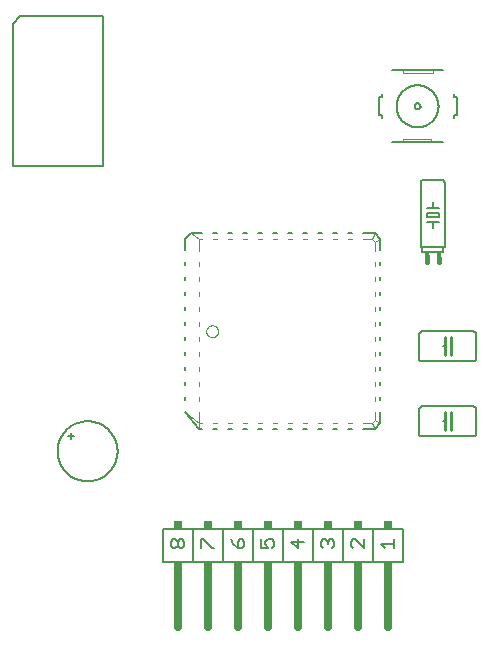
<source format=gto>
G75*
%MOIN*%
%OFA0B0*%
%FSLAX25Y25*%
%IPPOS*%
%LPD*%
%AMOC8*
5,1,8,0,0,1.08239X$1,22.5*
%
%ADD10C,0.00600*%
%ADD11C,0.01000*%
%ADD12C,0.00200*%
%ADD13C,0.01600*%
%ADD14R,0.01600X0.02300*%
%ADD15C,0.02600*%
%ADD16C,0.00500*%
%ADD17R,0.02600X0.03000*%
%ADD18R,0.02600X0.02600*%
D10*
X0161000Y0109000D02*
X0171000Y0109000D01*
X0181000Y0109000D01*
X0191000Y0109000D01*
X0201000Y0109000D01*
X0211000Y0109000D01*
X0221000Y0109000D01*
X0231000Y0109000D01*
X0241000Y0109000D01*
X0241000Y0120000D01*
X0231000Y0120000D01*
X0221000Y0120000D01*
X0221000Y0109000D01*
X0211000Y0109000D02*
X0211000Y0120000D01*
X0221000Y0120000D01*
X0211000Y0120000D02*
X0201000Y0120000D01*
X0201000Y0109000D01*
X0191000Y0109000D02*
X0191000Y0120000D01*
X0201000Y0120000D01*
X0191000Y0120000D02*
X0181000Y0120000D01*
X0171000Y0120000D01*
X0171000Y0109000D01*
X0181000Y0109000D02*
X0181000Y0120000D01*
X0171000Y0120000D02*
X0161000Y0120000D01*
X0161000Y0109000D01*
X0126000Y0146000D02*
X0126003Y0146245D01*
X0126012Y0146491D01*
X0126027Y0146736D01*
X0126048Y0146980D01*
X0126075Y0147224D01*
X0126108Y0147467D01*
X0126147Y0147710D01*
X0126192Y0147951D01*
X0126243Y0148191D01*
X0126300Y0148430D01*
X0126362Y0148667D01*
X0126431Y0148903D01*
X0126505Y0149137D01*
X0126585Y0149369D01*
X0126670Y0149599D01*
X0126761Y0149827D01*
X0126858Y0150052D01*
X0126960Y0150276D01*
X0127068Y0150496D01*
X0127181Y0150714D01*
X0127299Y0150929D01*
X0127423Y0151141D01*
X0127551Y0151350D01*
X0127685Y0151556D01*
X0127824Y0151758D01*
X0127968Y0151957D01*
X0128117Y0152152D01*
X0128270Y0152344D01*
X0128428Y0152532D01*
X0128590Y0152716D01*
X0128758Y0152895D01*
X0128929Y0153071D01*
X0129105Y0153242D01*
X0129284Y0153410D01*
X0129468Y0153572D01*
X0129656Y0153730D01*
X0129848Y0153883D01*
X0130043Y0154032D01*
X0130242Y0154176D01*
X0130444Y0154315D01*
X0130650Y0154449D01*
X0130859Y0154577D01*
X0131071Y0154701D01*
X0131286Y0154819D01*
X0131504Y0154932D01*
X0131724Y0155040D01*
X0131948Y0155142D01*
X0132173Y0155239D01*
X0132401Y0155330D01*
X0132631Y0155415D01*
X0132863Y0155495D01*
X0133097Y0155569D01*
X0133333Y0155638D01*
X0133570Y0155700D01*
X0133809Y0155757D01*
X0134049Y0155808D01*
X0134290Y0155853D01*
X0134533Y0155892D01*
X0134776Y0155925D01*
X0135020Y0155952D01*
X0135264Y0155973D01*
X0135509Y0155988D01*
X0135755Y0155997D01*
X0136000Y0156000D01*
X0136245Y0155997D01*
X0136491Y0155988D01*
X0136736Y0155973D01*
X0136980Y0155952D01*
X0137224Y0155925D01*
X0137467Y0155892D01*
X0137710Y0155853D01*
X0137951Y0155808D01*
X0138191Y0155757D01*
X0138430Y0155700D01*
X0138667Y0155638D01*
X0138903Y0155569D01*
X0139137Y0155495D01*
X0139369Y0155415D01*
X0139599Y0155330D01*
X0139827Y0155239D01*
X0140052Y0155142D01*
X0140276Y0155040D01*
X0140496Y0154932D01*
X0140714Y0154819D01*
X0140929Y0154701D01*
X0141141Y0154577D01*
X0141350Y0154449D01*
X0141556Y0154315D01*
X0141758Y0154176D01*
X0141957Y0154032D01*
X0142152Y0153883D01*
X0142344Y0153730D01*
X0142532Y0153572D01*
X0142716Y0153410D01*
X0142895Y0153242D01*
X0143071Y0153071D01*
X0143242Y0152895D01*
X0143410Y0152716D01*
X0143572Y0152532D01*
X0143730Y0152344D01*
X0143883Y0152152D01*
X0144032Y0151957D01*
X0144176Y0151758D01*
X0144315Y0151556D01*
X0144449Y0151350D01*
X0144577Y0151141D01*
X0144701Y0150929D01*
X0144819Y0150714D01*
X0144932Y0150496D01*
X0145040Y0150276D01*
X0145142Y0150052D01*
X0145239Y0149827D01*
X0145330Y0149599D01*
X0145415Y0149369D01*
X0145495Y0149137D01*
X0145569Y0148903D01*
X0145638Y0148667D01*
X0145700Y0148430D01*
X0145757Y0148191D01*
X0145808Y0147951D01*
X0145853Y0147710D01*
X0145892Y0147467D01*
X0145925Y0147224D01*
X0145952Y0146980D01*
X0145973Y0146736D01*
X0145988Y0146491D01*
X0145997Y0146245D01*
X0146000Y0146000D01*
X0145997Y0145755D01*
X0145988Y0145509D01*
X0145973Y0145264D01*
X0145952Y0145020D01*
X0145925Y0144776D01*
X0145892Y0144533D01*
X0145853Y0144290D01*
X0145808Y0144049D01*
X0145757Y0143809D01*
X0145700Y0143570D01*
X0145638Y0143333D01*
X0145569Y0143097D01*
X0145495Y0142863D01*
X0145415Y0142631D01*
X0145330Y0142401D01*
X0145239Y0142173D01*
X0145142Y0141948D01*
X0145040Y0141724D01*
X0144932Y0141504D01*
X0144819Y0141286D01*
X0144701Y0141071D01*
X0144577Y0140859D01*
X0144449Y0140650D01*
X0144315Y0140444D01*
X0144176Y0140242D01*
X0144032Y0140043D01*
X0143883Y0139848D01*
X0143730Y0139656D01*
X0143572Y0139468D01*
X0143410Y0139284D01*
X0143242Y0139105D01*
X0143071Y0138929D01*
X0142895Y0138758D01*
X0142716Y0138590D01*
X0142532Y0138428D01*
X0142344Y0138270D01*
X0142152Y0138117D01*
X0141957Y0137968D01*
X0141758Y0137824D01*
X0141556Y0137685D01*
X0141350Y0137551D01*
X0141141Y0137423D01*
X0140929Y0137299D01*
X0140714Y0137181D01*
X0140496Y0137068D01*
X0140276Y0136960D01*
X0140052Y0136858D01*
X0139827Y0136761D01*
X0139599Y0136670D01*
X0139369Y0136585D01*
X0139137Y0136505D01*
X0138903Y0136431D01*
X0138667Y0136362D01*
X0138430Y0136300D01*
X0138191Y0136243D01*
X0137951Y0136192D01*
X0137710Y0136147D01*
X0137467Y0136108D01*
X0137224Y0136075D01*
X0136980Y0136048D01*
X0136736Y0136027D01*
X0136491Y0136012D01*
X0136245Y0136003D01*
X0136000Y0136000D01*
X0135755Y0136003D01*
X0135509Y0136012D01*
X0135264Y0136027D01*
X0135020Y0136048D01*
X0134776Y0136075D01*
X0134533Y0136108D01*
X0134290Y0136147D01*
X0134049Y0136192D01*
X0133809Y0136243D01*
X0133570Y0136300D01*
X0133333Y0136362D01*
X0133097Y0136431D01*
X0132863Y0136505D01*
X0132631Y0136585D01*
X0132401Y0136670D01*
X0132173Y0136761D01*
X0131948Y0136858D01*
X0131724Y0136960D01*
X0131504Y0137068D01*
X0131286Y0137181D01*
X0131071Y0137299D01*
X0130859Y0137423D01*
X0130650Y0137551D01*
X0130444Y0137685D01*
X0130242Y0137824D01*
X0130043Y0137968D01*
X0129848Y0138117D01*
X0129656Y0138270D01*
X0129468Y0138428D01*
X0129284Y0138590D01*
X0129105Y0138758D01*
X0128929Y0138929D01*
X0128758Y0139105D01*
X0128590Y0139284D01*
X0128428Y0139468D01*
X0128270Y0139656D01*
X0128117Y0139848D01*
X0127968Y0140043D01*
X0127824Y0140242D01*
X0127685Y0140444D01*
X0127551Y0140650D01*
X0127423Y0140859D01*
X0127299Y0141071D01*
X0127181Y0141286D01*
X0127068Y0141504D01*
X0126960Y0141724D01*
X0126858Y0141948D01*
X0126761Y0142173D01*
X0126670Y0142401D01*
X0126585Y0142631D01*
X0126505Y0142863D01*
X0126431Y0143097D01*
X0126362Y0143333D01*
X0126300Y0143570D01*
X0126243Y0143809D01*
X0126192Y0144049D01*
X0126147Y0144290D01*
X0126108Y0144533D01*
X0126075Y0144776D01*
X0126048Y0145020D01*
X0126027Y0145264D01*
X0126012Y0145509D01*
X0126003Y0145755D01*
X0126000Y0146000D01*
X0130500Y0150000D02*
X0130500Y0151000D01*
X0130500Y0152000D01*
X0130500Y0151000D02*
X0131500Y0151000D01*
X0130500Y0151000D02*
X0129500Y0151000D01*
X0168559Y0159067D02*
X0173283Y0153362D01*
X0174067Y0153362D01*
X0177933Y0153362D02*
X0179067Y0153362D01*
X0182933Y0153362D02*
X0184067Y0153362D01*
X0187933Y0153362D02*
X0189067Y0153362D01*
X0192933Y0153362D02*
X0194067Y0153362D01*
X0197933Y0153362D02*
X0199067Y0153362D01*
X0202933Y0153362D02*
X0204067Y0153362D01*
X0207933Y0153362D02*
X0209067Y0153362D01*
X0212933Y0153362D02*
X0214067Y0153362D01*
X0217933Y0153362D02*
X0219067Y0153362D01*
X0222933Y0153362D02*
X0224067Y0153362D01*
X0227933Y0153362D02*
X0231669Y0153362D01*
X0233638Y0155331D01*
X0233638Y0159067D01*
X0233638Y0162933D02*
X0233638Y0164067D01*
X0233638Y0167933D02*
X0233638Y0169067D01*
X0233638Y0172933D02*
X0233638Y0174067D01*
X0233638Y0177933D02*
X0233638Y0179067D01*
X0233638Y0182933D02*
X0233638Y0184067D01*
X0233638Y0187933D02*
X0233638Y0189067D01*
X0233638Y0192933D02*
X0233638Y0194067D01*
X0233638Y0197933D02*
X0233638Y0199067D01*
X0233638Y0202933D02*
X0233638Y0204067D01*
X0233638Y0207933D02*
X0233638Y0209067D01*
X0233638Y0212933D02*
X0233638Y0216669D01*
X0231669Y0218638D01*
X0227933Y0218638D01*
X0224067Y0218638D02*
X0222933Y0218638D01*
X0219067Y0218638D02*
X0217933Y0218638D01*
X0214067Y0218638D02*
X0212933Y0218638D01*
X0209067Y0218638D02*
X0207933Y0218638D01*
X0204067Y0218638D02*
X0202933Y0218638D01*
X0199067Y0218638D02*
X0197933Y0218638D01*
X0194067Y0218638D02*
X0192933Y0218638D01*
X0189067Y0218638D02*
X0187933Y0218638D01*
X0184067Y0218638D02*
X0182933Y0218638D01*
X0179067Y0218638D02*
X0177933Y0218638D01*
X0174067Y0218638D02*
X0170331Y0218638D01*
X0168362Y0216669D01*
X0168362Y0212933D01*
X0168362Y0209067D02*
X0168362Y0207933D01*
X0168362Y0204067D02*
X0168362Y0202933D01*
X0168362Y0199067D02*
X0168362Y0197933D01*
X0168362Y0194067D02*
X0168362Y0192933D01*
X0168362Y0189067D02*
X0168362Y0187933D01*
X0168362Y0184067D02*
X0168362Y0182933D01*
X0168362Y0179067D02*
X0168362Y0177933D01*
X0168362Y0174067D02*
X0168362Y0172933D01*
X0168362Y0169067D02*
X0168362Y0167933D01*
X0168362Y0164067D02*
X0168362Y0162933D01*
X0231000Y0120000D02*
X0231000Y0109000D01*
X0247500Y0151000D02*
X0264500Y0151000D01*
X0264560Y0151002D01*
X0264621Y0151007D01*
X0264680Y0151016D01*
X0264739Y0151029D01*
X0264798Y0151045D01*
X0264855Y0151065D01*
X0264910Y0151088D01*
X0264965Y0151115D01*
X0265017Y0151144D01*
X0265068Y0151177D01*
X0265117Y0151213D01*
X0265163Y0151251D01*
X0265207Y0151293D01*
X0265249Y0151337D01*
X0265287Y0151383D01*
X0265323Y0151432D01*
X0265356Y0151483D01*
X0265385Y0151535D01*
X0265412Y0151590D01*
X0265435Y0151645D01*
X0265455Y0151702D01*
X0265471Y0151761D01*
X0265484Y0151820D01*
X0265493Y0151879D01*
X0265498Y0151940D01*
X0265500Y0152000D01*
X0265500Y0160000D01*
X0265498Y0160060D01*
X0265493Y0160121D01*
X0265484Y0160180D01*
X0265471Y0160239D01*
X0265455Y0160298D01*
X0265435Y0160355D01*
X0265412Y0160410D01*
X0265385Y0160465D01*
X0265356Y0160517D01*
X0265323Y0160568D01*
X0265287Y0160617D01*
X0265249Y0160663D01*
X0265207Y0160707D01*
X0265163Y0160749D01*
X0265117Y0160787D01*
X0265068Y0160823D01*
X0265017Y0160856D01*
X0264965Y0160885D01*
X0264910Y0160912D01*
X0264855Y0160935D01*
X0264798Y0160955D01*
X0264739Y0160971D01*
X0264680Y0160984D01*
X0264621Y0160993D01*
X0264560Y0160998D01*
X0264500Y0161000D01*
X0247500Y0161000D01*
X0247440Y0160998D01*
X0247379Y0160993D01*
X0247320Y0160984D01*
X0247261Y0160971D01*
X0247202Y0160955D01*
X0247145Y0160935D01*
X0247090Y0160912D01*
X0247035Y0160885D01*
X0246983Y0160856D01*
X0246932Y0160823D01*
X0246883Y0160787D01*
X0246837Y0160749D01*
X0246793Y0160707D01*
X0246751Y0160663D01*
X0246713Y0160617D01*
X0246677Y0160568D01*
X0246644Y0160517D01*
X0246615Y0160465D01*
X0246588Y0160410D01*
X0246565Y0160355D01*
X0246545Y0160298D01*
X0246529Y0160239D01*
X0246516Y0160180D01*
X0246507Y0160121D01*
X0246502Y0160060D01*
X0246500Y0160000D01*
X0246500Y0152000D01*
X0246502Y0151940D01*
X0246507Y0151879D01*
X0246516Y0151820D01*
X0246529Y0151761D01*
X0246545Y0151702D01*
X0246565Y0151645D01*
X0246588Y0151590D01*
X0246615Y0151535D01*
X0246644Y0151483D01*
X0246677Y0151432D01*
X0246713Y0151383D01*
X0246751Y0151337D01*
X0246793Y0151293D01*
X0246837Y0151251D01*
X0246883Y0151213D01*
X0246932Y0151177D01*
X0246983Y0151144D01*
X0247035Y0151115D01*
X0247090Y0151088D01*
X0247145Y0151065D01*
X0247202Y0151045D01*
X0247261Y0151029D01*
X0247320Y0151016D01*
X0247379Y0151007D01*
X0247440Y0151002D01*
X0247500Y0151000D01*
X0254500Y0156000D02*
X0255000Y0156000D01*
X0257000Y0156000D02*
X0257500Y0156000D01*
X0264500Y0176000D02*
X0247500Y0176000D01*
X0247440Y0176002D01*
X0247379Y0176007D01*
X0247320Y0176016D01*
X0247261Y0176029D01*
X0247202Y0176045D01*
X0247145Y0176065D01*
X0247090Y0176088D01*
X0247035Y0176115D01*
X0246983Y0176144D01*
X0246932Y0176177D01*
X0246883Y0176213D01*
X0246837Y0176251D01*
X0246793Y0176293D01*
X0246751Y0176337D01*
X0246713Y0176383D01*
X0246677Y0176432D01*
X0246644Y0176483D01*
X0246615Y0176535D01*
X0246588Y0176590D01*
X0246565Y0176645D01*
X0246545Y0176702D01*
X0246529Y0176761D01*
X0246516Y0176820D01*
X0246507Y0176879D01*
X0246502Y0176940D01*
X0246500Y0177000D01*
X0246500Y0185000D01*
X0246502Y0185060D01*
X0246507Y0185121D01*
X0246516Y0185180D01*
X0246529Y0185239D01*
X0246545Y0185298D01*
X0246565Y0185355D01*
X0246588Y0185410D01*
X0246615Y0185465D01*
X0246644Y0185517D01*
X0246677Y0185568D01*
X0246713Y0185617D01*
X0246751Y0185663D01*
X0246793Y0185707D01*
X0246837Y0185749D01*
X0246883Y0185787D01*
X0246932Y0185823D01*
X0246983Y0185856D01*
X0247035Y0185885D01*
X0247090Y0185912D01*
X0247145Y0185935D01*
X0247202Y0185955D01*
X0247261Y0185971D01*
X0247320Y0185984D01*
X0247379Y0185993D01*
X0247440Y0185998D01*
X0247500Y0186000D01*
X0264500Y0186000D01*
X0264560Y0185998D01*
X0264621Y0185993D01*
X0264680Y0185984D01*
X0264739Y0185971D01*
X0264798Y0185955D01*
X0264855Y0185935D01*
X0264910Y0185912D01*
X0264965Y0185885D01*
X0265017Y0185856D01*
X0265068Y0185823D01*
X0265117Y0185787D01*
X0265163Y0185749D01*
X0265207Y0185707D01*
X0265249Y0185663D01*
X0265287Y0185617D01*
X0265323Y0185568D01*
X0265356Y0185517D01*
X0265385Y0185465D01*
X0265412Y0185410D01*
X0265435Y0185355D01*
X0265455Y0185298D01*
X0265471Y0185239D01*
X0265484Y0185180D01*
X0265493Y0185121D01*
X0265498Y0185060D01*
X0265500Y0185000D01*
X0265500Y0177000D01*
X0265498Y0176940D01*
X0265493Y0176879D01*
X0265484Y0176820D01*
X0265471Y0176761D01*
X0265455Y0176702D01*
X0265435Y0176645D01*
X0265412Y0176590D01*
X0265385Y0176535D01*
X0265356Y0176483D01*
X0265323Y0176432D01*
X0265287Y0176383D01*
X0265249Y0176337D01*
X0265207Y0176293D01*
X0265163Y0176251D01*
X0265117Y0176213D01*
X0265068Y0176177D01*
X0265017Y0176144D01*
X0264965Y0176115D01*
X0264910Y0176088D01*
X0264855Y0176065D01*
X0264798Y0176045D01*
X0264739Y0176029D01*
X0264680Y0176016D01*
X0264621Y0176007D01*
X0264560Y0176002D01*
X0264500Y0176000D01*
X0257500Y0181000D02*
X0257000Y0181000D01*
X0255000Y0181000D02*
X0254500Y0181000D01*
X0254500Y0212500D02*
X0247500Y0212500D01*
X0247500Y0214000D01*
X0254500Y0214000D01*
X0255000Y0214000D01*
X0255000Y0235500D01*
X0254998Y0235560D01*
X0254993Y0235621D01*
X0254984Y0235680D01*
X0254971Y0235739D01*
X0254955Y0235798D01*
X0254935Y0235855D01*
X0254912Y0235910D01*
X0254885Y0235965D01*
X0254856Y0236017D01*
X0254823Y0236068D01*
X0254787Y0236117D01*
X0254749Y0236163D01*
X0254707Y0236207D01*
X0254663Y0236249D01*
X0254617Y0236287D01*
X0254568Y0236323D01*
X0254517Y0236356D01*
X0254465Y0236385D01*
X0254410Y0236412D01*
X0254355Y0236435D01*
X0254298Y0236455D01*
X0254239Y0236471D01*
X0254180Y0236484D01*
X0254121Y0236493D01*
X0254060Y0236498D01*
X0254000Y0236500D01*
X0248000Y0236500D01*
X0247940Y0236498D01*
X0247879Y0236493D01*
X0247820Y0236484D01*
X0247761Y0236471D01*
X0247702Y0236455D01*
X0247645Y0236435D01*
X0247590Y0236412D01*
X0247535Y0236385D01*
X0247483Y0236356D01*
X0247432Y0236323D01*
X0247383Y0236287D01*
X0247337Y0236249D01*
X0247293Y0236207D01*
X0247251Y0236163D01*
X0247213Y0236117D01*
X0247177Y0236068D01*
X0247144Y0236017D01*
X0247115Y0235965D01*
X0247088Y0235910D01*
X0247065Y0235855D01*
X0247045Y0235798D01*
X0247029Y0235739D01*
X0247016Y0235680D01*
X0247007Y0235621D01*
X0247002Y0235560D01*
X0247000Y0235500D01*
X0247000Y0214000D01*
X0247500Y0214000D01*
X0254500Y0214000D02*
X0254500Y0212500D01*
X0251000Y0220500D02*
X0251000Y0222500D01*
X0253000Y0222500D01*
X0253000Y0224000D02*
X0253000Y0225500D01*
X0249000Y0225500D01*
X0249000Y0224000D01*
X0253000Y0224000D01*
X0251000Y0222500D02*
X0249000Y0222500D01*
X0249000Y0227000D02*
X0251000Y0227000D01*
X0253000Y0227000D01*
X0251000Y0227000D02*
X0251000Y0229000D01*
X0250500Y0249000D02*
X0241000Y0249000D01*
X0237500Y0249000D01*
X0234000Y0257000D02*
X0234000Y0258000D01*
X0233000Y0258000D01*
X0233000Y0264000D01*
X0234000Y0264000D01*
X0234000Y0265000D01*
X0237500Y0273000D02*
X0241000Y0273000D01*
X0251000Y0273000D01*
X0254500Y0273000D01*
X0258000Y0265000D02*
X0258000Y0264000D01*
X0259000Y0264000D01*
X0259000Y0258000D01*
X0258000Y0258000D01*
X0258000Y0257000D01*
X0254500Y0249000D02*
X0250500Y0249000D01*
X0245000Y0261000D02*
X0245002Y0261063D01*
X0245008Y0261125D01*
X0245018Y0261187D01*
X0245031Y0261249D01*
X0245049Y0261309D01*
X0245070Y0261368D01*
X0245095Y0261426D01*
X0245124Y0261482D01*
X0245156Y0261536D01*
X0245191Y0261588D01*
X0245229Y0261637D01*
X0245271Y0261685D01*
X0245315Y0261729D01*
X0245363Y0261771D01*
X0245412Y0261809D01*
X0245464Y0261844D01*
X0245518Y0261876D01*
X0245574Y0261905D01*
X0245632Y0261930D01*
X0245691Y0261951D01*
X0245751Y0261969D01*
X0245813Y0261982D01*
X0245875Y0261992D01*
X0245937Y0261998D01*
X0246000Y0262000D01*
X0246063Y0261998D01*
X0246125Y0261992D01*
X0246187Y0261982D01*
X0246249Y0261969D01*
X0246309Y0261951D01*
X0246368Y0261930D01*
X0246426Y0261905D01*
X0246482Y0261876D01*
X0246536Y0261844D01*
X0246588Y0261809D01*
X0246637Y0261771D01*
X0246685Y0261729D01*
X0246729Y0261685D01*
X0246771Y0261637D01*
X0246809Y0261588D01*
X0246844Y0261536D01*
X0246876Y0261482D01*
X0246905Y0261426D01*
X0246930Y0261368D01*
X0246951Y0261309D01*
X0246969Y0261249D01*
X0246982Y0261187D01*
X0246992Y0261125D01*
X0246998Y0261063D01*
X0247000Y0261000D01*
X0246998Y0260937D01*
X0246992Y0260875D01*
X0246982Y0260813D01*
X0246969Y0260751D01*
X0246951Y0260691D01*
X0246930Y0260632D01*
X0246905Y0260574D01*
X0246876Y0260518D01*
X0246844Y0260464D01*
X0246809Y0260412D01*
X0246771Y0260363D01*
X0246729Y0260315D01*
X0246685Y0260271D01*
X0246637Y0260229D01*
X0246588Y0260191D01*
X0246536Y0260156D01*
X0246482Y0260124D01*
X0246426Y0260095D01*
X0246368Y0260070D01*
X0246309Y0260049D01*
X0246249Y0260031D01*
X0246187Y0260018D01*
X0246125Y0260008D01*
X0246063Y0260002D01*
X0246000Y0260000D01*
X0245937Y0260002D01*
X0245875Y0260008D01*
X0245813Y0260018D01*
X0245751Y0260031D01*
X0245691Y0260049D01*
X0245632Y0260070D01*
X0245574Y0260095D01*
X0245518Y0260124D01*
X0245464Y0260156D01*
X0245412Y0260191D01*
X0245363Y0260229D01*
X0245315Y0260271D01*
X0245271Y0260315D01*
X0245229Y0260363D01*
X0245191Y0260412D01*
X0245156Y0260464D01*
X0245124Y0260518D01*
X0245095Y0260574D01*
X0245070Y0260632D01*
X0245049Y0260691D01*
X0245031Y0260751D01*
X0245018Y0260813D01*
X0245008Y0260875D01*
X0245002Y0260937D01*
X0245000Y0261000D01*
X0239000Y0261000D02*
X0239002Y0261172D01*
X0239008Y0261343D01*
X0239019Y0261515D01*
X0239034Y0261686D01*
X0239053Y0261857D01*
X0239076Y0262027D01*
X0239103Y0262197D01*
X0239135Y0262366D01*
X0239170Y0262534D01*
X0239210Y0262701D01*
X0239254Y0262867D01*
X0239301Y0263032D01*
X0239353Y0263196D01*
X0239409Y0263358D01*
X0239469Y0263519D01*
X0239533Y0263679D01*
X0239601Y0263837D01*
X0239672Y0263993D01*
X0239747Y0264147D01*
X0239827Y0264300D01*
X0239909Y0264450D01*
X0239996Y0264599D01*
X0240086Y0264745D01*
X0240180Y0264889D01*
X0240277Y0265031D01*
X0240378Y0265170D01*
X0240482Y0265307D01*
X0240589Y0265441D01*
X0240700Y0265572D01*
X0240813Y0265701D01*
X0240930Y0265827D01*
X0241050Y0265950D01*
X0241173Y0266070D01*
X0241299Y0266187D01*
X0241428Y0266300D01*
X0241559Y0266411D01*
X0241693Y0266518D01*
X0241830Y0266622D01*
X0241969Y0266723D01*
X0242111Y0266820D01*
X0242255Y0266914D01*
X0242401Y0267004D01*
X0242550Y0267091D01*
X0242700Y0267173D01*
X0242853Y0267253D01*
X0243007Y0267328D01*
X0243163Y0267399D01*
X0243321Y0267467D01*
X0243481Y0267531D01*
X0243642Y0267591D01*
X0243804Y0267647D01*
X0243968Y0267699D01*
X0244133Y0267746D01*
X0244299Y0267790D01*
X0244466Y0267830D01*
X0244634Y0267865D01*
X0244803Y0267897D01*
X0244973Y0267924D01*
X0245143Y0267947D01*
X0245314Y0267966D01*
X0245485Y0267981D01*
X0245657Y0267992D01*
X0245828Y0267998D01*
X0246000Y0268000D01*
X0246172Y0267998D01*
X0246343Y0267992D01*
X0246515Y0267981D01*
X0246686Y0267966D01*
X0246857Y0267947D01*
X0247027Y0267924D01*
X0247197Y0267897D01*
X0247366Y0267865D01*
X0247534Y0267830D01*
X0247701Y0267790D01*
X0247867Y0267746D01*
X0248032Y0267699D01*
X0248196Y0267647D01*
X0248358Y0267591D01*
X0248519Y0267531D01*
X0248679Y0267467D01*
X0248837Y0267399D01*
X0248993Y0267328D01*
X0249147Y0267253D01*
X0249300Y0267173D01*
X0249450Y0267091D01*
X0249599Y0267004D01*
X0249745Y0266914D01*
X0249889Y0266820D01*
X0250031Y0266723D01*
X0250170Y0266622D01*
X0250307Y0266518D01*
X0250441Y0266411D01*
X0250572Y0266300D01*
X0250701Y0266187D01*
X0250827Y0266070D01*
X0250950Y0265950D01*
X0251070Y0265827D01*
X0251187Y0265701D01*
X0251300Y0265572D01*
X0251411Y0265441D01*
X0251518Y0265307D01*
X0251622Y0265170D01*
X0251723Y0265031D01*
X0251820Y0264889D01*
X0251914Y0264745D01*
X0252004Y0264599D01*
X0252091Y0264450D01*
X0252173Y0264300D01*
X0252253Y0264147D01*
X0252328Y0263993D01*
X0252399Y0263837D01*
X0252467Y0263679D01*
X0252531Y0263519D01*
X0252591Y0263358D01*
X0252647Y0263196D01*
X0252699Y0263032D01*
X0252746Y0262867D01*
X0252790Y0262701D01*
X0252830Y0262534D01*
X0252865Y0262366D01*
X0252897Y0262197D01*
X0252924Y0262027D01*
X0252947Y0261857D01*
X0252966Y0261686D01*
X0252981Y0261515D01*
X0252992Y0261343D01*
X0252998Y0261172D01*
X0253000Y0261000D01*
X0252998Y0260828D01*
X0252992Y0260657D01*
X0252981Y0260485D01*
X0252966Y0260314D01*
X0252947Y0260143D01*
X0252924Y0259973D01*
X0252897Y0259803D01*
X0252865Y0259634D01*
X0252830Y0259466D01*
X0252790Y0259299D01*
X0252746Y0259133D01*
X0252699Y0258968D01*
X0252647Y0258804D01*
X0252591Y0258642D01*
X0252531Y0258481D01*
X0252467Y0258321D01*
X0252399Y0258163D01*
X0252328Y0258007D01*
X0252253Y0257853D01*
X0252173Y0257700D01*
X0252091Y0257550D01*
X0252004Y0257401D01*
X0251914Y0257255D01*
X0251820Y0257111D01*
X0251723Y0256969D01*
X0251622Y0256830D01*
X0251518Y0256693D01*
X0251411Y0256559D01*
X0251300Y0256428D01*
X0251187Y0256299D01*
X0251070Y0256173D01*
X0250950Y0256050D01*
X0250827Y0255930D01*
X0250701Y0255813D01*
X0250572Y0255700D01*
X0250441Y0255589D01*
X0250307Y0255482D01*
X0250170Y0255378D01*
X0250031Y0255277D01*
X0249889Y0255180D01*
X0249745Y0255086D01*
X0249599Y0254996D01*
X0249450Y0254909D01*
X0249300Y0254827D01*
X0249147Y0254747D01*
X0248993Y0254672D01*
X0248837Y0254601D01*
X0248679Y0254533D01*
X0248519Y0254469D01*
X0248358Y0254409D01*
X0248196Y0254353D01*
X0248032Y0254301D01*
X0247867Y0254254D01*
X0247701Y0254210D01*
X0247534Y0254170D01*
X0247366Y0254135D01*
X0247197Y0254103D01*
X0247027Y0254076D01*
X0246857Y0254053D01*
X0246686Y0254034D01*
X0246515Y0254019D01*
X0246343Y0254008D01*
X0246172Y0254002D01*
X0246000Y0254000D01*
X0245828Y0254002D01*
X0245657Y0254008D01*
X0245485Y0254019D01*
X0245314Y0254034D01*
X0245143Y0254053D01*
X0244973Y0254076D01*
X0244803Y0254103D01*
X0244634Y0254135D01*
X0244466Y0254170D01*
X0244299Y0254210D01*
X0244133Y0254254D01*
X0243968Y0254301D01*
X0243804Y0254353D01*
X0243642Y0254409D01*
X0243481Y0254469D01*
X0243321Y0254533D01*
X0243163Y0254601D01*
X0243007Y0254672D01*
X0242853Y0254747D01*
X0242700Y0254827D01*
X0242550Y0254909D01*
X0242401Y0254996D01*
X0242255Y0255086D01*
X0242111Y0255180D01*
X0241969Y0255277D01*
X0241830Y0255378D01*
X0241693Y0255482D01*
X0241559Y0255589D01*
X0241428Y0255700D01*
X0241299Y0255813D01*
X0241173Y0255930D01*
X0241050Y0256050D01*
X0240930Y0256173D01*
X0240813Y0256299D01*
X0240700Y0256428D01*
X0240589Y0256559D01*
X0240482Y0256693D01*
X0240378Y0256830D01*
X0240277Y0256969D01*
X0240180Y0257111D01*
X0240086Y0257255D01*
X0239996Y0257401D01*
X0239909Y0257550D01*
X0239827Y0257700D01*
X0239747Y0257853D01*
X0239672Y0258007D01*
X0239601Y0258163D01*
X0239533Y0258321D01*
X0239469Y0258481D01*
X0239409Y0258642D01*
X0239353Y0258804D01*
X0239301Y0258968D01*
X0239254Y0259133D01*
X0239210Y0259299D01*
X0239170Y0259466D01*
X0239135Y0259634D01*
X0239103Y0259803D01*
X0239076Y0259973D01*
X0239053Y0260143D01*
X0239034Y0260314D01*
X0239019Y0260485D01*
X0239008Y0260657D01*
X0239002Y0260828D01*
X0239000Y0261000D01*
X0141000Y0241000D02*
X0141000Y0291000D01*
X0113500Y0291000D01*
X0111000Y0288500D01*
X0111000Y0241000D01*
X0141000Y0241000D01*
D11*
X0255000Y0184000D02*
X0255000Y0181000D01*
X0255000Y0178000D01*
X0257000Y0178000D02*
X0257000Y0181000D01*
X0257000Y0184000D01*
X0257000Y0159000D02*
X0257000Y0156000D01*
X0257000Y0153000D01*
X0255000Y0153000D02*
X0255000Y0156000D01*
X0255000Y0159000D01*
D12*
X0233638Y0155331D02*
X0231669Y0156315D01*
X0230685Y0155331D01*
X0231669Y0153362D01*
X0230685Y0155331D02*
X0227776Y0155331D01*
X0224224Y0155331D02*
X0222776Y0155331D01*
X0219224Y0155331D02*
X0217776Y0155331D01*
X0214224Y0155331D02*
X0212776Y0155331D01*
X0209224Y0155331D02*
X0207776Y0155331D01*
X0204224Y0155331D02*
X0202776Y0155331D01*
X0199224Y0155331D02*
X0197776Y0155331D01*
X0194224Y0155331D02*
X0192776Y0155331D01*
X0189224Y0155331D02*
X0187776Y0155331D01*
X0184224Y0155331D02*
X0182776Y0155331D01*
X0179224Y0155331D02*
X0177776Y0155331D01*
X0174224Y0155331D02*
X0173283Y0155331D01*
X0173283Y0153362D01*
X0173283Y0155331D02*
X0173283Y0159224D01*
X0173283Y0162776D02*
X0173283Y0164224D01*
X0173283Y0167776D02*
X0173283Y0169224D01*
X0173283Y0172776D02*
X0173283Y0174224D01*
X0173283Y0177776D02*
X0173283Y0179224D01*
X0173283Y0182776D02*
X0173283Y0184224D01*
X0173283Y0187776D02*
X0173283Y0189224D01*
X0173283Y0192776D02*
X0173283Y0194224D01*
X0173283Y0197776D02*
X0173283Y0199224D01*
X0173283Y0202776D02*
X0173283Y0204224D01*
X0173283Y0207776D02*
X0173283Y0209224D01*
X0173283Y0212776D02*
X0173283Y0216669D01*
X0170331Y0218638D01*
X0173283Y0216669D02*
X0174224Y0216669D01*
X0177776Y0216669D02*
X0179224Y0216669D01*
X0182776Y0216669D02*
X0184224Y0216669D01*
X0187776Y0216669D02*
X0189224Y0216669D01*
X0192776Y0216669D02*
X0194224Y0216669D01*
X0197776Y0216669D02*
X0199224Y0216669D01*
X0202776Y0216669D02*
X0204224Y0216669D01*
X0207776Y0216669D02*
X0209224Y0216669D01*
X0212776Y0216669D02*
X0214224Y0216669D01*
X0217776Y0216669D02*
X0219224Y0216669D01*
X0222776Y0216669D02*
X0224224Y0216669D01*
X0227776Y0216669D02*
X0230685Y0216669D01*
X0231669Y0218638D01*
X0230685Y0216669D02*
X0231669Y0215685D01*
X0233638Y0216669D01*
X0231669Y0215685D02*
X0231669Y0212776D01*
X0231669Y0209224D02*
X0231669Y0207776D01*
X0231669Y0204224D02*
X0231669Y0202776D01*
X0231669Y0199224D02*
X0231669Y0197776D01*
X0231669Y0194224D02*
X0231669Y0192776D01*
X0231669Y0189224D02*
X0231669Y0187776D01*
X0231669Y0184224D02*
X0231669Y0182776D01*
X0231669Y0179224D02*
X0231669Y0177776D01*
X0231669Y0174224D02*
X0231669Y0172776D01*
X0231669Y0169224D02*
X0231669Y0167776D01*
X0231669Y0164224D02*
X0231669Y0162776D01*
X0231669Y0159224D02*
X0231669Y0156315D01*
X0175566Y0186000D02*
X0175568Y0186088D01*
X0175574Y0186176D01*
X0175584Y0186264D01*
X0175598Y0186352D01*
X0175615Y0186438D01*
X0175637Y0186524D01*
X0175662Y0186608D01*
X0175692Y0186692D01*
X0175724Y0186774D01*
X0175761Y0186854D01*
X0175801Y0186933D01*
X0175845Y0187010D01*
X0175892Y0187085D01*
X0175942Y0187157D01*
X0175996Y0187228D01*
X0176052Y0187295D01*
X0176112Y0187361D01*
X0176174Y0187423D01*
X0176240Y0187483D01*
X0176307Y0187539D01*
X0176378Y0187593D01*
X0176450Y0187643D01*
X0176525Y0187690D01*
X0176602Y0187734D01*
X0176681Y0187774D01*
X0176761Y0187811D01*
X0176843Y0187843D01*
X0176927Y0187873D01*
X0177011Y0187898D01*
X0177097Y0187920D01*
X0177183Y0187937D01*
X0177271Y0187951D01*
X0177359Y0187961D01*
X0177447Y0187967D01*
X0177535Y0187969D01*
X0177623Y0187967D01*
X0177711Y0187961D01*
X0177799Y0187951D01*
X0177887Y0187937D01*
X0177973Y0187920D01*
X0178059Y0187898D01*
X0178143Y0187873D01*
X0178227Y0187843D01*
X0178309Y0187811D01*
X0178389Y0187774D01*
X0178468Y0187734D01*
X0178545Y0187690D01*
X0178620Y0187643D01*
X0178692Y0187593D01*
X0178763Y0187539D01*
X0178830Y0187483D01*
X0178896Y0187423D01*
X0178958Y0187361D01*
X0179018Y0187295D01*
X0179074Y0187228D01*
X0179128Y0187157D01*
X0179178Y0187085D01*
X0179225Y0187010D01*
X0179269Y0186933D01*
X0179309Y0186854D01*
X0179346Y0186774D01*
X0179378Y0186692D01*
X0179408Y0186608D01*
X0179433Y0186524D01*
X0179455Y0186438D01*
X0179472Y0186352D01*
X0179486Y0186264D01*
X0179496Y0186176D01*
X0179502Y0186088D01*
X0179504Y0186000D01*
X0179502Y0185912D01*
X0179496Y0185824D01*
X0179486Y0185736D01*
X0179472Y0185648D01*
X0179455Y0185562D01*
X0179433Y0185476D01*
X0179408Y0185392D01*
X0179378Y0185308D01*
X0179346Y0185226D01*
X0179309Y0185146D01*
X0179269Y0185067D01*
X0179225Y0184990D01*
X0179178Y0184915D01*
X0179128Y0184843D01*
X0179074Y0184772D01*
X0179018Y0184705D01*
X0178958Y0184639D01*
X0178896Y0184577D01*
X0178830Y0184517D01*
X0178763Y0184461D01*
X0178692Y0184407D01*
X0178620Y0184357D01*
X0178545Y0184310D01*
X0178468Y0184266D01*
X0178389Y0184226D01*
X0178309Y0184189D01*
X0178227Y0184157D01*
X0178143Y0184127D01*
X0178059Y0184102D01*
X0177973Y0184080D01*
X0177887Y0184063D01*
X0177799Y0184049D01*
X0177711Y0184039D01*
X0177623Y0184033D01*
X0177535Y0184031D01*
X0177447Y0184033D01*
X0177359Y0184039D01*
X0177271Y0184049D01*
X0177183Y0184063D01*
X0177097Y0184080D01*
X0177011Y0184102D01*
X0176927Y0184127D01*
X0176843Y0184157D01*
X0176761Y0184189D01*
X0176681Y0184226D01*
X0176602Y0184266D01*
X0176525Y0184310D01*
X0176450Y0184357D01*
X0176378Y0184407D01*
X0176307Y0184461D01*
X0176240Y0184517D01*
X0176174Y0184577D01*
X0176112Y0184639D01*
X0176052Y0184705D01*
X0175996Y0184772D01*
X0175942Y0184843D01*
X0175892Y0184915D01*
X0175845Y0184990D01*
X0175801Y0185067D01*
X0175761Y0185146D01*
X0175724Y0185226D01*
X0175692Y0185308D01*
X0175662Y0185392D01*
X0175637Y0185476D01*
X0175615Y0185562D01*
X0175598Y0185648D01*
X0175584Y0185736D01*
X0175574Y0185824D01*
X0175568Y0185912D01*
X0175566Y0186000D01*
X0168642Y0159024D02*
X0173283Y0155331D01*
X0241000Y0249000D02*
X0241000Y0250000D01*
X0250500Y0250000D01*
X0250500Y0249000D01*
X0251000Y0272000D02*
X0241000Y0272000D01*
X0241000Y0273000D01*
X0251000Y0273000D02*
X0251000Y0272000D01*
D13*
X0249000Y0211000D02*
X0249000Y0209000D01*
X0253000Y0209000D02*
X0253000Y0210500D01*
D14*
X0253000Y0211150D03*
X0249000Y0211150D03*
D15*
X0236000Y0106000D02*
X0236000Y0087500D01*
X0226000Y0087500D02*
X0226000Y0106000D01*
X0216000Y0106000D02*
X0216000Y0087500D01*
X0206000Y0087500D02*
X0206000Y0106000D01*
X0196000Y0106000D02*
X0196000Y0087500D01*
X0186000Y0087500D02*
X0186000Y0106000D01*
X0176000Y0106000D02*
X0176000Y0087500D01*
X0166000Y0087500D02*
X0166000Y0106000D01*
D16*
X0166749Y0113646D02*
X0165998Y0114397D01*
X0165998Y0115898D01*
X0166749Y0116649D01*
X0167499Y0116649D01*
X0168250Y0115898D01*
X0168250Y0114397D01*
X0167499Y0113646D01*
X0166749Y0113646D01*
X0165998Y0114397D02*
X0165247Y0113646D01*
X0164497Y0113646D01*
X0163746Y0114397D01*
X0163746Y0115898D01*
X0164497Y0116649D01*
X0165247Y0116649D01*
X0165998Y0115898D01*
X0173746Y0116649D02*
X0173746Y0113646D01*
X0173746Y0116649D02*
X0174497Y0116649D01*
X0177499Y0113646D01*
X0178250Y0113646D01*
X0183746Y0116649D02*
X0184497Y0115147D01*
X0185998Y0113646D01*
X0185998Y0115898D01*
X0186749Y0116649D01*
X0187499Y0116649D01*
X0188250Y0115898D01*
X0188250Y0114397D01*
X0187499Y0113646D01*
X0185998Y0113646D01*
X0193746Y0113646D02*
X0193746Y0116649D01*
X0195247Y0115898D02*
X0195998Y0116649D01*
X0197499Y0116649D01*
X0198250Y0115898D01*
X0198250Y0114397D01*
X0197499Y0113646D01*
X0195998Y0113646D02*
X0195247Y0115147D01*
X0195247Y0115898D01*
X0195998Y0113646D02*
X0193746Y0113646D01*
X0203746Y0115898D02*
X0205998Y0113646D01*
X0205998Y0116649D01*
X0208250Y0115898D02*
X0203746Y0115898D01*
X0213746Y0115898D02*
X0214497Y0116649D01*
X0215247Y0116649D01*
X0215998Y0115898D01*
X0216749Y0116649D01*
X0217499Y0116649D01*
X0218250Y0115898D01*
X0218250Y0114397D01*
X0217499Y0113646D01*
X0215998Y0115147D02*
X0215998Y0115898D01*
X0213746Y0115898D02*
X0213746Y0114397D01*
X0214497Y0113646D01*
X0223746Y0114397D02*
X0224497Y0113646D01*
X0223746Y0114397D02*
X0223746Y0115898D01*
X0224497Y0116649D01*
X0225247Y0116649D01*
X0228250Y0113646D01*
X0228250Y0116649D01*
X0233746Y0115147D02*
X0235247Y0113646D01*
X0233746Y0115147D02*
X0238250Y0115147D01*
X0238250Y0113646D02*
X0238250Y0116649D01*
D17*
X0236000Y0107500D03*
X0226000Y0107500D03*
X0216000Y0107500D03*
X0206000Y0107500D03*
X0196000Y0107500D03*
X0186000Y0107500D03*
X0176000Y0107500D03*
X0166000Y0107500D03*
D18*
X0166000Y0121300D03*
X0176000Y0121300D03*
X0186000Y0121300D03*
X0196000Y0121300D03*
X0206000Y0121300D03*
X0216000Y0121300D03*
X0226000Y0121300D03*
X0236000Y0121300D03*
M02*

</source>
